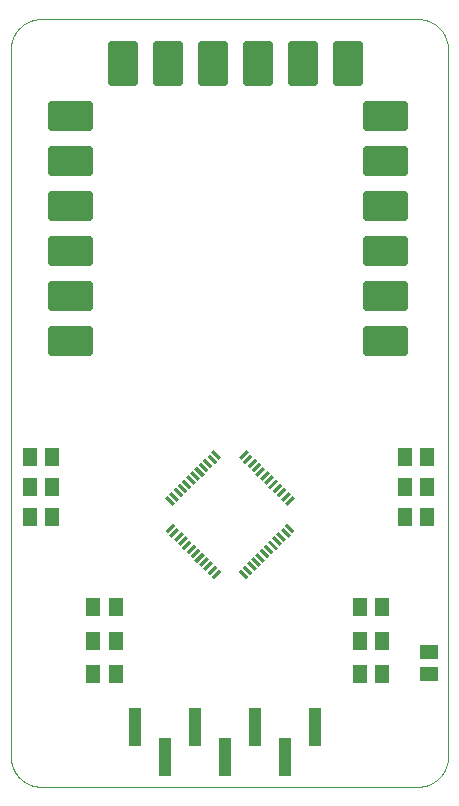
<source format=gbp>
G75*
%MOIN*%
%OFA0B0*%
%FSLAX25Y25*%
%IPPOS*%
%LPD*%
%AMOC8*
5,1,8,0,0,1.08239X$1,22.5*
%
%ADD10C,0.00000*%
%ADD11R,0.05118X0.05906*%
%ADD12R,0.05906X0.05118*%
%ADD13R,0.04000X0.13000*%
%ADD14R,0.03543X0.01181*%
%ADD15R,0.01181X0.03543*%
%ADD16C,0.02000*%
D10*
X0003211Y0011500D02*
X0003211Y0247406D01*
X0003214Y0247648D01*
X0003223Y0247889D01*
X0003237Y0248130D01*
X0003258Y0248371D01*
X0003284Y0248611D01*
X0003316Y0248851D01*
X0003354Y0249090D01*
X0003397Y0249327D01*
X0003447Y0249564D01*
X0003502Y0249799D01*
X0003562Y0250033D01*
X0003629Y0250265D01*
X0003700Y0250496D01*
X0003778Y0250725D01*
X0003861Y0250952D01*
X0003949Y0251177D01*
X0004043Y0251400D01*
X0004142Y0251620D01*
X0004247Y0251838D01*
X0004356Y0252053D01*
X0004471Y0252266D01*
X0004591Y0252476D01*
X0004716Y0252682D01*
X0004846Y0252886D01*
X0004981Y0253087D01*
X0005121Y0253284D01*
X0005265Y0253478D01*
X0005414Y0253668D01*
X0005568Y0253854D01*
X0005726Y0254037D01*
X0005888Y0254216D01*
X0006055Y0254391D01*
X0006226Y0254562D01*
X0006401Y0254729D01*
X0006580Y0254891D01*
X0006763Y0255049D01*
X0006949Y0255203D01*
X0007139Y0255352D01*
X0007333Y0255496D01*
X0007530Y0255636D01*
X0007731Y0255771D01*
X0007935Y0255901D01*
X0008141Y0256026D01*
X0008351Y0256146D01*
X0008564Y0256261D01*
X0008779Y0256370D01*
X0008997Y0256475D01*
X0009217Y0256574D01*
X0009440Y0256668D01*
X0009665Y0256756D01*
X0009892Y0256839D01*
X0010121Y0256917D01*
X0010352Y0256988D01*
X0010584Y0257055D01*
X0010818Y0257115D01*
X0011053Y0257170D01*
X0011290Y0257220D01*
X0011527Y0257263D01*
X0011766Y0257301D01*
X0012006Y0257333D01*
X0012246Y0257359D01*
X0012487Y0257380D01*
X0012728Y0257394D01*
X0012969Y0257403D01*
X0013211Y0257406D01*
X0138880Y0257406D01*
X0139122Y0257403D01*
X0139363Y0257394D01*
X0139604Y0257380D01*
X0139845Y0257359D01*
X0140085Y0257333D01*
X0140325Y0257301D01*
X0140564Y0257263D01*
X0140801Y0257220D01*
X0141038Y0257170D01*
X0141273Y0257115D01*
X0141507Y0257055D01*
X0141739Y0256988D01*
X0141970Y0256917D01*
X0142199Y0256839D01*
X0142426Y0256756D01*
X0142651Y0256668D01*
X0142874Y0256574D01*
X0143094Y0256475D01*
X0143312Y0256370D01*
X0143527Y0256261D01*
X0143740Y0256146D01*
X0143950Y0256026D01*
X0144156Y0255901D01*
X0144360Y0255771D01*
X0144561Y0255636D01*
X0144758Y0255496D01*
X0144952Y0255352D01*
X0145142Y0255203D01*
X0145328Y0255049D01*
X0145511Y0254891D01*
X0145690Y0254729D01*
X0145865Y0254562D01*
X0146036Y0254391D01*
X0146203Y0254216D01*
X0146365Y0254037D01*
X0146523Y0253854D01*
X0146677Y0253668D01*
X0146826Y0253478D01*
X0146970Y0253284D01*
X0147110Y0253087D01*
X0147245Y0252886D01*
X0147375Y0252682D01*
X0147500Y0252476D01*
X0147620Y0252266D01*
X0147735Y0252053D01*
X0147844Y0251838D01*
X0147949Y0251620D01*
X0148048Y0251400D01*
X0148142Y0251177D01*
X0148230Y0250952D01*
X0148313Y0250725D01*
X0148391Y0250496D01*
X0148462Y0250265D01*
X0148529Y0250033D01*
X0148589Y0249799D01*
X0148644Y0249564D01*
X0148694Y0249327D01*
X0148737Y0249090D01*
X0148775Y0248851D01*
X0148807Y0248611D01*
X0148833Y0248371D01*
X0148854Y0248130D01*
X0148868Y0247889D01*
X0148877Y0247648D01*
X0148880Y0247406D01*
X0148880Y0011500D01*
X0148877Y0011258D01*
X0148868Y0011017D01*
X0148854Y0010776D01*
X0148833Y0010535D01*
X0148807Y0010295D01*
X0148775Y0010055D01*
X0148737Y0009816D01*
X0148694Y0009579D01*
X0148644Y0009342D01*
X0148589Y0009107D01*
X0148529Y0008873D01*
X0148462Y0008641D01*
X0148391Y0008410D01*
X0148313Y0008181D01*
X0148230Y0007954D01*
X0148142Y0007729D01*
X0148048Y0007506D01*
X0147949Y0007286D01*
X0147844Y0007068D01*
X0147735Y0006853D01*
X0147620Y0006640D01*
X0147500Y0006430D01*
X0147375Y0006224D01*
X0147245Y0006020D01*
X0147110Y0005819D01*
X0146970Y0005622D01*
X0146826Y0005428D01*
X0146677Y0005238D01*
X0146523Y0005052D01*
X0146365Y0004869D01*
X0146203Y0004690D01*
X0146036Y0004515D01*
X0145865Y0004344D01*
X0145690Y0004177D01*
X0145511Y0004015D01*
X0145328Y0003857D01*
X0145142Y0003703D01*
X0144952Y0003554D01*
X0144758Y0003410D01*
X0144561Y0003270D01*
X0144360Y0003135D01*
X0144156Y0003005D01*
X0143950Y0002880D01*
X0143740Y0002760D01*
X0143527Y0002645D01*
X0143312Y0002536D01*
X0143094Y0002431D01*
X0142874Y0002332D01*
X0142651Y0002238D01*
X0142426Y0002150D01*
X0142199Y0002067D01*
X0141970Y0001989D01*
X0141739Y0001918D01*
X0141507Y0001851D01*
X0141273Y0001791D01*
X0141038Y0001736D01*
X0140801Y0001686D01*
X0140564Y0001643D01*
X0140325Y0001605D01*
X0140085Y0001573D01*
X0139845Y0001547D01*
X0139604Y0001526D01*
X0139363Y0001512D01*
X0139122Y0001503D01*
X0138880Y0001500D01*
X0013211Y0001500D01*
X0012969Y0001503D01*
X0012728Y0001512D01*
X0012487Y0001526D01*
X0012246Y0001547D01*
X0012006Y0001573D01*
X0011766Y0001605D01*
X0011527Y0001643D01*
X0011290Y0001686D01*
X0011053Y0001736D01*
X0010818Y0001791D01*
X0010584Y0001851D01*
X0010352Y0001918D01*
X0010121Y0001989D01*
X0009892Y0002067D01*
X0009665Y0002150D01*
X0009440Y0002238D01*
X0009217Y0002332D01*
X0008997Y0002431D01*
X0008779Y0002536D01*
X0008564Y0002645D01*
X0008351Y0002760D01*
X0008141Y0002880D01*
X0007935Y0003005D01*
X0007731Y0003135D01*
X0007530Y0003270D01*
X0007333Y0003410D01*
X0007139Y0003554D01*
X0006949Y0003703D01*
X0006763Y0003857D01*
X0006580Y0004015D01*
X0006401Y0004177D01*
X0006226Y0004344D01*
X0006055Y0004515D01*
X0005888Y0004690D01*
X0005726Y0004869D01*
X0005568Y0005052D01*
X0005414Y0005238D01*
X0005265Y0005428D01*
X0005121Y0005622D01*
X0004981Y0005819D01*
X0004846Y0006020D01*
X0004716Y0006224D01*
X0004591Y0006430D01*
X0004471Y0006640D01*
X0004356Y0006853D01*
X0004247Y0007068D01*
X0004142Y0007286D01*
X0004043Y0007506D01*
X0003949Y0007729D01*
X0003861Y0007954D01*
X0003778Y0008181D01*
X0003700Y0008410D01*
X0003629Y0008641D01*
X0003562Y0008873D01*
X0003502Y0009107D01*
X0003447Y0009342D01*
X0003397Y0009579D01*
X0003354Y0009816D01*
X0003316Y0010055D01*
X0003284Y0010295D01*
X0003258Y0010535D01*
X0003237Y0010776D01*
X0003223Y0011017D01*
X0003214Y0011258D01*
X0003211Y0011500D01*
D11*
X0030721Y0039000D03*
X0030721Y0050250D03*
X0030721Y0061500D03*
X0038201Y0061500D03*
X0038201Y0050250D03*
X0038201Y0039000D03*
X0016951Y0091500D03*
X0016951Y0101500D03*
X0009471Y0101500D03*
X0009471Y0091500D03*
X0009471Y0111500D03*
X0016951Y0111500D03*
X0119471Y0061500D03*
X0126951Y0061500D03*
X0126951Y0050250D03*
X0119471Y0050250D03*
X0119471Y0039000D03*
X0126951Y0039000D03*
X0134471Y0091500D03*
X0134471Y0101500D03*
X0134471Y0111500D03*
X0141951Y0111500D03*
X0141951Y0101500D03*
X0141951Y0091500D03*
D12*
X0142586Y0046490D03*
X0142586Y0039010D03*
D13*
X0104461Y0021500D03*
X0094461Y0011500D03*
X0084461Y0021500D03*
X0074461Y0011500D03*
X0064461Y0021500D03*
X0054461Y0011500D03*
X0044461Y0021500D03*
D14*
G36*
X0069967Y0071492D02*
X0072471Y0073996D01*
X0073305Y0073162D01*
X0070801Y0070658D01*
X0069967Y0071492D01*
G37*
G36*
X0068575Y0072884D02*
X0071079Y0075388D01*
X0071913Y0074554D01*
X0069409Y0072050D01*
X0068575Y0072884D01*
G37*
G36*
X0067183Y0074276D02*
X0069687Y0076780D01*
X0070521Y0075946D01*
X0068017Y0073442D01*
X0067183Y0074276D01*
G37*
G36*
X0065791Y0075668D02*
X0068295Y0078172D01*
X0069129Y0077338D01*
X0066625Y0074834D01*
X0065791Y0075668D01*
G37*
G36*
X0064399Y0077060D02*
X0066903Y0079564D01*
X0067737Y0078730D01*
X0065233Y0076226D01*
X0064399Y0077060D01*
G37*
G36*
X0063007Y0078452D02*
X0065511Y0080956D01*
X0066345Y0080122D01*
X0063841Y0077618D01*
X0063007Y0078452D01*
G37*
G36*
X0061615Y0079844D02*
X0064119Y0082348D01*
X0064953Y0081514D01*
X0062449Y0079010D01*
X0061615Y0079844D01*
G37*
G36*
X0060223Y0081236D02*
X0062727Y0083740D01*
X0063561Y0082906D01*
X0061057Y0080402D01*
X0060223Y0081236D01*
G37*
G36*
X0058831Y0082628D02*
X0061335Y0085132D01*
X0062169Y0084298D01*
X0059665Y0081794D01*
X0058831Y0082628D01*
G37*
G36*
X0057439Y0084020D02*
X0059943Y0086524D01*
X0060777Y0085690D01*
X0058273Y0083186D01*
X0057439Y0084020D01*
G37*
G36*
X0056047Y0085412D02*
X0058551Y0087916D01*
X0059385Y0087082D01*
X0056881Y0084578D01*
X0056047Y0085412D01*
G37*
G36*
X0054655Y0086804D02*
X0057159Y0089308D01*
X0057993Y0088474D01*
X0055489Y0085970D01*
X0054655Y0086804D01*
G37*
G36*
X0079153Y0111302D02*
X0081657Y0113806D01*
X0082491Y0112972D01*
X0079987Y0110468D01*
X0079153Y0111302D01*
G37*
G36*
X0080545Y0109910D02*
X0083049Y0112414D01*
X0083883Y0111580D01*
X0081379Y0109076D01*
X0080545Y0109910D01*
G37*
G36*
X0081937Y0108518D02*
X0084441Y0111022D01*
X0085275Y0110188D01*
X0082771Y0107684D01*
X0081937Y0108518D01*
G37*
G36*
X0083329Y0107126D02*
X0085833Y0109630D01*
X0086667Y0108796D01*
X0084163Y0106292D01*
X0083329Y0107126D01*
G37*
G36*
X0084721Y0105734D02*
X0087225Y0108238D01*
X0088059Y0107404D01*
X0085555Y0104900D01*
X0084721Y0105734D01*
G37*
G36*
X0086113Y0104342D02*
X0088617Y0106846D01*
X0089451Y0106012D01*
X0086947Y0103508D01*
X0086113Y0104342D01*
G37*
G36*
X0087505Y0102950D02*
X0090009Y0105454D01*
X0090843Y0104620D01*
X0088339Y0102116D01*
X0087505Y0102950D01*
G37*
G36*
X0088897Y0101558D02*
X0091401Y0104062D01*
X0092235Y0103228D01*
X0089731Y0100724D01*
X0088897Y0101558D01*
G37*
G36*
X0090289Y0100166D02*
X0092793Y0102670D01*
X0093627Y0101836D01*
X0091123Y0099332D01*
X0090289Y0100166D01*
G37*
G36*
X0091681Y0098775D02*
X0094185Y0101279D01*
X0095019Y0100445D01*
X0092515Y0097941D01*
X0091681Y0098775D01*
G37*
G36*
X0093073Y0097383D02*
X0095577Y0099887D01*
X0096411Y0099053D01*
X0093907Y0096549D01*
X0093073Y0097383D01*
G37*
G36*
X0094465Y0095991D02*
X0096969Y0098495D01*
X0097803Y0097661D01*
X0095299Y0095157D01*
X0094465Y0095991D01*
G37*
D15*
G36*
X0094465Y0088474D02*
X0095299Y0089308D01*
X0097803Y0086804D01*
X0096969Y0085970D01*
X0094465Y0088474D01*
G37*
G36*
X0093073Y0087082D02*
X0093907Y0087916D01*
X0096411Y0085412D01*
X0095577Y0084578D01*
X0093073Y0087082D01*
G37*
G36*
X0091681Y0085690D02*
X0092515Y0086524D01*
X0095019Y0084020D01*
X0094185Y0083186D01*
X0091681Y0085690D01*
G37*
G36*
X0090289Y0084298D02*
X0091123Y0085132D01*
X0093627Y0082628D01*
X0092793Y0081794D01*
X0090289Y0084298D01*
G37*
G36*
X0088897Y0082906D02*
X0089731Y0083740D01*
X0092235Y0081236D01*
X0091401Y0080402D01*
X0088897Y0082906D01*
G37*
G36*
X0087505Y0081514D02*
X0088339Y0082348D01*
X0090843Y0079844D01*
X0090009Y0079010D01*
X0087505Y0081514D01*
G37*
G36*
X0086113Y0080122D02*
X0086947Y0080956D01*
X0089451Y0078452D01*
X0088617Y0077618D01*
X0086113Y0080122D01*
G37*
G36*
X0084721Y0078730D02*
X0085555Y0079564D01*
X0088059Y0077060D01*
X0087225Y0076226D01*
X0084721Y0078730D01*
G37*
G36*
X0083329Y0077338D02*
X0084163Y0078172D01*
X0086667Y0075668D01*
X0085833Y0074834D01*
X0083329Y0077338D01*
G37*
G36*
X0081937Y0075946D02*
X0082771Y0076780D01*
X0085275Y0074276D01*
X0084441Y0073442D01*
X0081937Y0075946D01*
G37*
G36*
X0080545Y0074554D02*
X0081379Y0075388D01*
X0083883Y0072884D01*
X0083049Y0072050D01*
X0080545Y0074554D01*
G37*
G36*
X0079153Y0073162D02*
X0079987Y0073996D01*
X0082491Y0071492D01*
X0081657Y0070658D01*
X0079153Y0073162D01*
G37*
G36*
X0060223Y0103228D02*
X0061057Y0104062D01*
X0063561Y0101558D01*
X0062727Y0100724D01*
X0060223Y0103228D01*
G37*
G36*
X0058831Y0101836D02*
X0059665Y0102670D01*
X0062169Y0100166D01*
X0061335Y0099332D01*
X0058831Y0101836D01*
G37*
G36*
X0057439Y0100445D02*
X0058273Y0101279D01*
X0060777Y0098775D01*
X0059943Y0097941D01*
X0057439Y0100445D01*
G37*
G36*
X0056047Y0099053D02*
X0056881Y0099887D01*
X0059385Y0097383D01*
X0058551Y0096549D01*
X0056047Y0099053D01*
G37*
G36*
X0054655Y0097661D02*
X0055489Y0098495D01*
X0057993Y0095991D01*
X0057159Y0095157D01*
X0054655Y0097661D01*
G37*
G36*
X0061615Y0104620D02*
X0062449Y0105454D01*
X0064953Y0102950D01*
X0064119Y0102116D01*
X0061615Y0104620D01*
G37*
G36*
X0063007Y0106012D02*
X0063841Y0106846D01*
X0066345Y0104342D01*
X0065511Y0103508D01*
X0063007Y0106012D01*
G37*
G36*
X0064399Y0107404D02*
X0065233Y0108238D01*
X0067737Y0105734D01*
X0066903Y0104900D01*
X0064399Y0107404D01*
G37*
G36*
X0065791Y0108796D02*
X0066625Y0109630D01*
X0069129Y0107126D01*
X0068295Y0106292D01*
X0065791Y0108796D01*
G37*
G36*
X0067183Y0110188D02*
X0068017Y0111022D01*
X0070521Y0108518D01*
X0069687Y0107684D01*
X0067183Y0110188D01*
G37*
G36*
X0068575Y0111580D02*
X0069409Y0112414D01*
X0071913Y0109910D01*
X0071079Y0109076D01*
X0068575Y0111580D01*
G37*
G36*
X0069967Y0112972D02*
X0070801Y0113806D01*
X0073305Y0111302D01*
X0072471Y0110468D01*
X0069967Y0112972D01*
G37*
D16*
X0016711Y0146250D02*
X0016711Y0154250D01*
X0029711Y0154250D01*
X0029711Y0146250D01*
X0016711Y0146250D01*
X0016711Y0148249D02*
X0029711Y0148249D01*
X0029711Y0150248D02*
X0016711Y0150248D01*
X0016711Y0152247D02*
X0029711Y0152247D01*
X0029711Y0154246D02*
X0016711Y0154246D01*
X0016711Y0161250D02*
X0016711Y0169250D01*
X0029711Y0169250D01*
X0029711Y0161250D01*
X0016711Y0161250D01*
X0016711Y0163249D02*
X0029711Y0163249D01*
X0029711Y0165248D02*
X0016711Y0165248D01*
X0016711Y0167247D02*
X0029711Y0167247D01*
X0029711Y0169246D02*
X0016711Y0169246D01*
X0016711Y0176250D02*
X0016711Y0184250D01*
X0029711Y0184250D01*
X0029711Y0176250D01*
X0016711Y0176250D01*
X0016711Y0178249D02*
X0029711Y0178249D01*
X0029711Y0180248D02*
X0016711Y0180248D01*
X0016711Y0182247D02*
X0029711Y0182247D01*
X0029711Y0184246D02*
X0016711Y0184246D01*
X0016711Y0191250D02*
X0016711Y0199250D01*
X0029711Y0199250D01*
X0029711Y0191250D01*
X0016711Y0191250D01*
X0016711Y0193249D02*
X0029711Y0193249D01*
X0029711Y0195248D02*
X0016711Y0195248D01*
X0016711Y0197247D02*
X0029711Y0197247D01*
X0029711Y0199246D02*
X0016711Y0199246D01*
X0029711Y0206250D02*
X0029711Y0214250D01*
X0029711Y0206250D02*
X0016711Y0206250D01*
X0016711Y0214250D01*
X0029711Y0214250D01*
X0029711Y0208249D02*
X0016711Y0208249D01*
X0016711Y0210248D02*
X0029711Y0210248D01*
X0029711Y0212247D02*
X0016711Y0212247D01*
X0016711Y0214246D02*
X0029711Y0214246D01*
X0029711Y0221250D02*
X0029711Y0229250D01*
X0029711Y0221250D02*
X0016711Y0221250D01*
X0016711Y0229250D01*
X0029711Y0229250D01*
X0029711Y0223249D02*
X0016711Y0223249D01*
X0016711Y0225248D02*
X0029711Y0225248D01*
X0029711Y0227247D02*
X0016711Y0227247D01*
X0016711Y0229246D02*
X0029711Y0229246D01*
X0036711Y0249250D02*
X0044711Y0249250D01*
X0044711Y0236250D01*
X0036711Y0236250D01*
X0036711Y0249250D01*
X0036711Y0238249D02*
X0044711Y0238249D01*
X0044711Y0240248D02*
X0036711Y0240248D01*
X0036711Y0242247D02*
X0044711Y0242247D01*
X0044711Y0244246D02*
X0036711Y0244246D01*
X0036711Y0246245D02*
X0044711Y0246245D01*
X0044711Y0248244D02*
X0036711Y0248244D01*
X0051711Y0249250D02*
X0059711Y0249250D01*
X0059711Y0236250D01*
X0051711Y0236250D01*
X0051711Y0249250D01*
X0051711Y0238249D02*
X0059711Y0238249D01*
X0059711Y0240248D02*
X0051711Y0240248D01*
X0051711Y0242247D02*
X0059711Y0242247D01*
X0059711Y0244246D02*
X0051711Y0244246D01*
X0051711Y0246245D02*
X0059711Y0246245D01*
X0059711Y0248244D02*
X0051711Y0248244D01*
X0066711Y0249250D02*
X0074711Y0249250D01*
X0074711Y0236250D01*
X0066711Y0236250D01*
X0066711Y0249250D01*
X0066711Y0238249D02*
X0074711Y0238249D01*
X0074711Y0240248D02*
X0066711Y0240248D01*
X0066711Y0242247D02*
X0074711Y0242247D01*
X0074711Y0244246D02*
X0066711Y0244246D01*
X0066711Y0246245D02*
X0074711Y0246245D01*
X0074711Y0248244D02*
X0066711Y0248244D01*
X0081711Y0249250D02*
X0089711Y0249250D01*
X0089711Y0236250D01*
X0081711Y0236250D01*
X0081711Y0249250D01*
X0081711Y0238249D02*
X0089711Y0238249D01*
X0089711Y0240248D02*
X0081711Y0240248D01*
X0081711Y0242247D02*
X0089711Y0242247D01*
X0089711Y0244246D02*
X0081711Y0244246D01*
X0081711Y0246245D02*
X0089711Y0246245D01*
X0089711Y0248244D02*
X0081711Y0248244D01*
X0096711Y0249250D02*
X0104711Y0249250D01*
X0104711Y0236250D01*
X0096711Y0236250D01*
X0096711Y0249250D01*
X0096711Y0238249D02*
X0104711Y0238249D01*
X0104711Y0240248D02*
X0096711Y0240248D01*
X0096711Y0242247D02*
X0104711Y0242247D01*
X0104711Y0244246D02*
X0096711Y0244246D01*
X0096711Y0246245D02*
X0104711Y0246245D01*
X0104711Y0248244D02*
X0096711Y0248244D01*
X0111711Y0249250D02*
X0119711Y0249250D01*
X0119711Y0236250D01*
X0111711Y0236250D01*
X0111711Y0249250D01*
X0111711Y0238249D02*
X0119711Y0238249D01*
X0119711Y0240248D02*
X0111711Y0240248D01*
X0111711Y0242247D02*
X0119711Y0242247D01*
X0119711Y0244246D02*
X0111711Y0244246D01*
X0111711Y0246245D02*
X0119711Y0246245D01*
X0119711Y0248244D02*
X0111711Y0248244D01*
X0121711Y0229250D02*
X0121711Y0221250D01*
X0121711Y0229250D02*
X0134711Y0229250D01*
X0134711Y0221250D01*
X0121711Y0221250D01*
X0121711Y0223249D02*
X0134711Y0223249D01*
X0134711Y0225248D02*
X0121711Y0225248D01*
X0121711Y0227247D02*
X0134711Y0227247D01*
X0134711Y0229246D02*
X0121711Y0229246D01*
X0121711Y0214250D02*
X0121711Y0206250D01*
X0121711Y0214250D02*
X0134711Y0214250D01*
X0134711Y0206250D01*
X0121711Y0206250D01*
X0121711Y0208249D02*
X0134711Y0208249D01*
X0134711Y0210248D02*
X0121711Y0210248D01*
X0121711Y0212247D02*
X0134711Y0212247D01*
X0134711Y0214246D02*
X0121711Y0214246D01*
X0121711Y0199250D02*
X0121711Y0191250D01*
X0121711Y0199250D02*
X0134711Y0199250D01*
X0134711Y0191250D01*
X0121711Y0191250D01*
X0121711Y0193249D02*
X0134711Y0193249D01*
X0134711Y0195248D02*
X0121711Y0195248D01*
X0121711Y0197247D02*
X0134711Y0197247D01*
X0134711Y0199246D02*
X0121711Y0199246D01*
X0121711Y0184250D02*
X0121711Y0176250D01*
X0121711Y0184250D02*
X0134711Y0184250D01*
X0134711Y0176250D01*
X0121711Y0176250D01*
X0121711Y0178249D02*
X0134711Y0178249D01*
X0134711Y0180248D02*
X0121711Y0180248D01*
X0121711Y0182247D02*
X0134711Y0182247D01*
X0134711Y0184246D02*
X0121711Y0184246D01*
X0121711Y0169250D02*
X0121711Y0161250D01*
X0121711Y0169250D02*
X0134711Y0169250D01*
X0134711Y0161250D01*
X0121711Y0161250D01*
X0121711Y0163249D02*
X0134711Y0163249D01*
X0134711Y0165248D02*
X0121711Y0165248D01*
X0121711Y0167247D02*
X0134711Y0167247D01*
X0134711Y0169246D02*
X0121711Y0169246D01*
X0121711Y0154250D02*
X0121711Y0146250D01*
X0121711Y0154250D02*
X0134711Y0154250D01*
X0134711Y0146250D01*
X0121711Y0146250D01*
X0121711Y0148249D02*
X0134711Y0148249D01*
X0134711Y0150248D02*
X0121711Y0150248D01*
X0121711Y0152247D02*
X0134711Y0152247D01*
X0134711Y0154246D02*
X0121711Y0154246D01*
M02*

</source>
